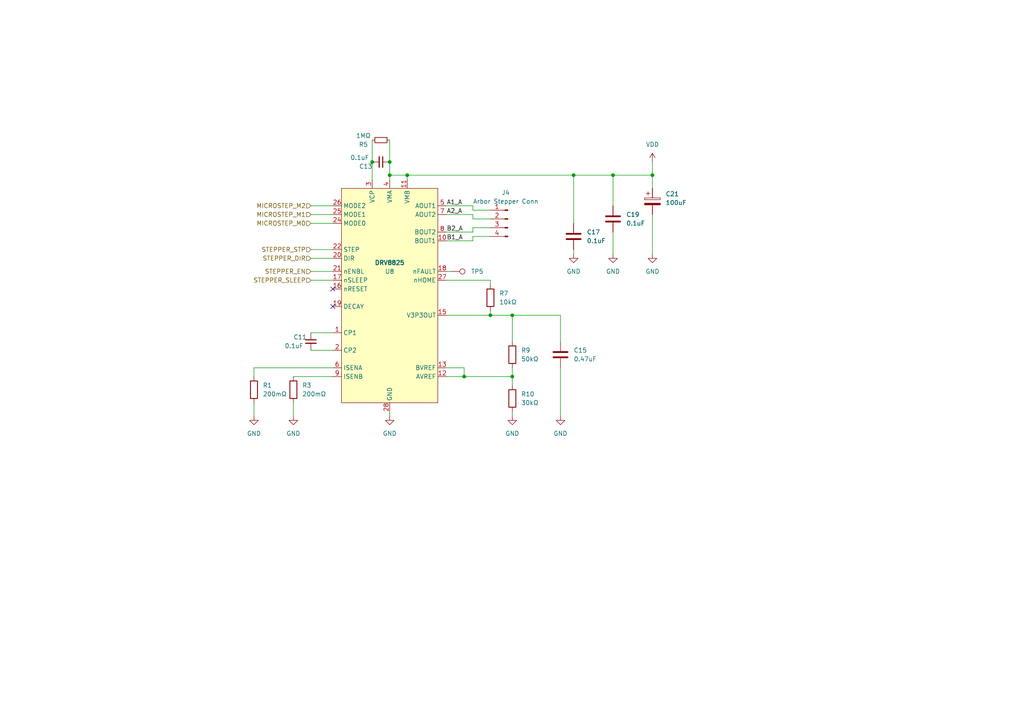
<source format=kicad_sch>
(kicad_sch (version 20230121) (generator eeschema)
  (paper "A4")
  (title_block (title "Coilwinder") (rev "1.0") (company "SK Electronics Consulting"))
  (lib_symbols
    (symbol "Connector:Conn_01x04_Pin" (pin_names (offset 1.016) hide)
      (property "Reference" "J" (at 0 5.08 0))
      (property "Value" "Conn_01x04_Pin" (at 0 -7.62 0))
      (symbol "Conn_01x04_Pin_1_1"
        (polyline (pts (xy 1.27 -5.08) (xy 0.8636 -5.08)) (stroke (width 0.1524)))
        (polyline (pts (xy 1.27 -2.54) (xy 0.8636 -2.54)) (stroke (width 0.1524)))
        (polyline (pts (xy 1.27 0) (xy 0.8636 0)) (stroke (width 0.1524)))
        (polyline (pts (xy 1.27 2.54) (xy 0.8636 2.54)) (stroke (width 0.1524)))
        (rectangle (start 0.8636 -4.953) (end 0 -5.207) (stroke (width 0.1524)) (fill (type outline)))
        (rectangle (start 0.8636 -2.413) (end 0 -2.667) (stroke (width 0.1524)) (fill (type outline)))
        (rectangle (start 0.8636 0.127) (end 0 -0.127) (stroke (width 0.1524)) (fill (type outline)))
        (rectangle (start 0.8636 2.667) (end 0 2.413) (stroke (width 0.1524)) (fill (type outline)))
        (pin passive line (at 5.08 2.54 180) (length 3.81) (name "Pin_1") (number "1"))
        (pin passive line (at 5.08 0 180) (length 3.81) (name "Pin_2") (number "2"))
        (pin passive line (at 5.08 -2.54 180) (length 3.81) (name "Pin_3") (number "3"))
        (pin passive line (at 5.08 -5.08 180) (length 3.81) (name "Pin_4") (number "4"))
      )
    )
    (symbol "Connector:TestPoint" (pin_numbers hide) (pin_names (offset 0.762) hide)
      (property "Reference" "TP" (at 0 6.858 0))
      (property "Value" "TestPoint" (at 0 5.08 0))
      (symbol "TestPoint_0_1"
        (circle (center 0 3.302) (radius 0.762))
      )
      (symbol "TestPoint_1_1"
        (pin passive line (at 0 0 90) (length 2.54) (name "1") (number "1"))
      )
    )
    (symbol "DRV8825_1"
      (property "Reference" "U" (at 8.89 -43.18 0))
      (property "Value" "DRV8825" (at 8.89 -40.64 0))
      (symbol "DRV8825_1_0_0"
        (text "" (at -12.7 0 0) (effects (font (size 1.27 1.27))))
      )
      (symbol "DRV8825_1_0_1"
        (rectangle (start -13.97 22.86) (end 13.97 -39.37) (fill (type background)))
      )
      (symbol "DRV8825_1_1_1"
        (pin input line (at -16.51 -19.05 0) (length 2.54) (name "CP1") (number "1"))
        (pin output line (at 16.51 7.62 180) (length 2.54) (name "BOUT1") (number "10"))
        (pin power_in line (at 5.08 25.4 270) (length 2.54) (name "VMB") (number "11"))
        (pin input line (at 16.51 -31.75 180) (length 2.54) (name "AVREF") (number "12"))
        (pin input line (at 16.51 -29.21 180) (length 2.54) (name "BVREF") (number "13"))
        (pin passive line (at 0 -41.91 90) (length 2.54) hide (name "GND2") (number "14"))
        (pin power_out line (at 16.51 -13.97 180) (length 2.54) (name "V3P3OUT") (number "15"))
        (pin input line (at -16.51 -6.35 0) (length 2.54) (name "nRESET") (number "16"))
        (pin input line (at -16.51 -3.81 0) (length 2.54) (name "nSLEEP") (number "17"))
        (pin output line (at 16.51 -1.27 180) (length 2.54) (name "nFAULT") (number "18"))
        (pin input line (at -16.51 -11.43 0) (length 2.54) (name "DECAY") (number "19"))
        (pin input line (at -16.51 -24.13 0) (length 2.54) (name "CP2") (number "2"))
        (pin input line (at -16.51 2.54 0) (length 2.54) (name "DIR") (number "20"))
        (pin input line (at -16.51 -1.27 0) (length 2.54) (name "nENBL") (number "21"))
        (pin input line (at -16.51 5.08 0) (length 2.54) (name "STEP") (number "22"))
        (pin no_connect line (at 16.51 -36.83 180) (length 2.54) hide (name "NC") (number "23"))
        (pin input line (at -16.51 12.7 0) (length 2.54) (name "MODE0") (number "24"))
        (pin input line (at -16.51 15.24 0) (length 2.54) (name "MODE1") (number "25"))
        (pin input line (at -16.51 17.78 0) (length 2.54) (name "MODE2") (number "26"))
        (pin output line (at 16.51 -3.81 180) (length 2.54) (name "nHOME") (number "27"))
        (pin power_in line (at 0 -41.91 90) (length 2.54) (name "GND") (number "28"))
        (pin passive line (at 0 -41.91 90) (length 2.54) hide (name "PPAD") (number "29"))
        (pin input line (at -5.08 25.4 270) (length 2.54) (name "VCP") (number "3"))
        (pin power_in line (at 0 25.4 270) (length 2.54) (name "VMA") (number "4"))
        (pin output line (at 16.51 17.78 180) (length 2.54) (name "AOUT1") (number "5"))
        (pin input line (at -16.51 -29.21 0) (length 2.54) (name "ISENA") (number "6"))
        (pin output line (at 16.51 15.24 180) (length 2.54) (name "AOUT2") (number "7"))
        (pin output line (at 16.51 10.16 180) (length 2.54) (name "BOUT2") (number "8"))
        (pin input line (at -16.51 -31.75 0) (length 2.54) (name "ISENB") (number "9"))
      )
    )
    (symbol "Device:C" (pin_numbers hide) (pin_names (offset 0.254))
      (property "Reference" "C" (at 0.635 2.54 0))
      (property "Value" "C" (at 0.635 -2.54 0))
      (symbol "C_0_1"
        (polyline (pts (xy -2.032 -0.762) (xy 2.032 -0.762)) (stroke (width 0.508)))
        (polyline (pts (xy -2.032 0.762) (xy 2.032 0.762)) (stroke (width 0.508)))
      )
      (symbol "C_1_1"
        (pin passive line (at 0 3.81 270) (length 2.794) (name "~") (number "1"))
        (pin passive line (at 0 -3.81 90) (length 2.794) (name "~") (number "2"))
      )
    )
    (symbol "Device:C_Polarized" (pin_numbers hide) (pin_names (offset 0.254))
      (property "Reference" "C" (at 0.635 2.54 0))
      (property "Value" "C_Polarized" (at 0.635 -2.54 0))
      (symbol "C_Polarized_0_1"
        (rectangle (start -2.286 0.508) (end 2.286 1.016))
        (polyline (pts (xy -1.778 2.286) (xy -0.762 2.286)))
        (polyline (pts (xy -1.27 2.794) (xy -1.27 1.778)))
        (rectangle (start 2.286 -0.508) (end -2.286 -1.016) (fill (type outline)))
      )
      (symbol "C_Polarized_1_1"
        (pin passive line (at 0 3.81 270) (length 2.794) (name "~") (number "1"))
        (pin passive line (at 0 -3.81 90) (length 2.794) (name "~") (number "2"))
      )
    )
    (symbol "Device:C_Small" (pin_numbers hide) (pin_names (offset 0.254) hide)
      (property "Reference" "C" (at 0.254 1.778 0))
      (property "Value" "C_Small" (at 0.254 -2.032 0))
      (symbol "C_Small_0_1"
        (polyline (pts (xy -1.524 -0.508) (xy 1.524 -0.508)) (stroke (width 0.3302)))
        (polyline (pts (xy -1.524 0.508) (xy 1.524 0.508)) (stroke (width 0.3048)))
      )
      (symbol "C_Small_1_1"
        (pin passive line (at 0 2.54 270) (length 2.032) (name "~") (number "1"))
        (pin passive line (at 0 -2.54 90) (length 2.032) (name "~") (number "2"))
      )
    )
    (symbol "Device:R" (pin_numbers hide) (pin_names (offset 0))
      (property "Reference" "R" (at 2.032 0 90))
      (property "Value" "R" (at 0 0 90))
      (symbol "R_0_1"
        (rectangle (start -1.016 -2.54) (end 1.016 2.54) (stroke (width 0.254)))
      )
      (symbol "R_1_1"
        (pin passive line (at 0 3.81 270) (length 1.27) (name "~") (number "1"))
        (pin passive line (at 0 -3.81 90) (length 1.27) (name "~") (number "2"))
      )
    )
    (symbol "Device:R_Small" (pin_numbers hide) (pin_names (offset 0.254) hide)
      (property "Reference" "R" (at 0.762 0.508 0))
      (property "Value" "R_Small" (at 0.762 -1.016 0))
      (symbol "R_Small_0_1"
        (rectangle (start -0.762 1.778) (end 0.762 -1.778) (stroke (width 0.2032)))
      )
      (symbol "R_Small_1_1"
        (pin passive line (at 0 2.54 270) (length 0.762) (name "~") (number "1"))
        (pin passive line (at 0 -2.54 90) (length 0.762) (name "~") (number "2"))
      )
    )
    (symbol "power:GND" (power) (pin_names (offset 0))
      (property "Value" "GND" (at 0 -3.81 0))
      (symbol "GND_0_1"
        (polyline (pts (xy 0 0) (xy 0 -1.27) (xy 1.27 -1.27) (xy 0 -2.54) (xy -1.27 -1.27) (xy 0 -1.27)))
      )
      (symbol "GND_1_1"
        (pin power_in line (at 0 0 270) (length 0) hide (name "GND") (number "1"))
      )
    )
    (symbol "power:VDD" (power) (pin_names (offset 0))
      (property "Value" "VDD" (at 0 3.81 0))
      (symbol "VDD_0_1"
        (polyline (pts (xy -0.762 1.27) (xy 0 2.54)))
        (polyline (pts (xy 0 0) (xy 0 2.54)))
        (polyline (pts (xy 0 2.54) (xy 0.762 1.27)))
      )
      (symbol "VDD_1_1"
        (pin power_in line (at 0 0 90) (length 0) hide (name "VDD") (number "1"))
      )
    )
  )
  (junction (at 113.03 50.8))
  (junction (at 107.95 46.99))
  (junction (at 166.37 50.8))
  (junction (at 148.59 91.44))
  (junction (at 148.59 109.22))
  (junction (at 189.23 50.8))
  (junction (at 113.03 46.99))
  (junction (at 134.62 109.22))
  (junction (at 177.8 50.8))
  (junction (at 118.11 50.8))
  (junction (at 142.24 91.44))
  (no_connect (at 96.52 88.9))
  (no_connect (at 96.52 83.82))
  (wire (pts (xy 73.66 106.68) (xy 73.66 109.22)))
  (wire (pts (xy 113.03 50.8) (xy 118.11 50.8)))
  (wire (pts (xy 85.09 109.22) (xy 96.52 109.22)))
  (wire (pts (xy 177.8 50.8) (xy 177.8 59.69)))
  (wire (pts (xy 189.23 46.99) (xy 189.23 50.8)))
  (wire (pts (xy 177.8 73.66) (xy 177.8 67.31)))
  (wire (pts (xy 129.54 62.23) (xy 137.16 62.23)))
  (wire (pts (xy 134.62 106.68) (xy 134.62 109.22)))
  (wire (pts (xy 189.23 73.66) (xy 189.23 62.23)))
  (wire (pts (xy 166.37 50.8) (xy 166.37 64.77)))
  (wire (pts (xy 113.03 120.65) (xy 113.03 119.38)))
  (wire (pts (xy 189.23 50.8) (xy 189.23 54.61)))
  (wire (pts (xy 90.17 78.74) (xy 96.52 78.74)))
  (wire (pts (xy 142.24 60.96) (xy 137.16 60.96)))
  (wire (pts (xy 137.16 60.96) (xy 137.16 59.69)))
  (wire (pts (xy 129.54 109.22) (xy 134.62 109.22)))
  (wire (pts (xy 137.16 68.58) (xy 142.24 68.58)))
  (wire (pts (xy 73.66 120.65) (xy 73.66 116.84)))
  (wire (pts (xy 137.16 59.69) (xy 129.54 59.69)))
  (wire (pts (xy 166.37 50.8) (xy 177.8 50.8)))
  (wire (pts (xy 90.17 74.93) (xy 96.52 74.93)))
  (wire (pts (xy 142.24 90.17) (xy 142.24 91.44)))
  (wire (pts (xy 118.11 50.8) (xy 118.11 52.07)))
  (wire (pts (xy 90.17 64.77) (xy 96.52 64.77)))
  (wire (pts (xy 148.59 91.44) (xy 162.56 91.44)))
  (wire (pts (xy 162.56 91.44) (xy 162.56 99.06)))
  (wire (pts (xy 107.95 40.64) (xy 107.95 46.99)))
  (wire (pts (xy 137.16 63.5) (xy 142.24 63.5)))
  (wire (pts (xy 113.03 50.8) (xy 113.03 52.07)))
  (wire (pts (xy 177.8 50.8) (xy 189.23 50.8)))
  (wire (pts (xy 137.16 67.31) (xy 137.16 66.04)))
  (wire (pts (xy 130.81 78.74) (xy 129.54 78.74)))
  (wire (pts (xy 90.17 62.23) (xy 96.52 62.23)))
  (wire (pts (xy 90.17 59.69) (xy 96.52 59.69)))
  (wire (pts (xy 90.17 96.52) (xy 96.52 96.52)))
  (wire (pts (xy 107.95 46.99) (xy 107.95 52.07)))
  (wire (pts (xy 148.59 106.68) (xy 148.59 109.22)))
  (wire (pts (xy 113.03 40.64) (xy 113.03 46.99)))
  (wire (pts (xy 148.59 120.65) (xy 148.59 119.38)))
  (wire (pts (xy 90.17 72.39) (xy 96.52 72.39)))
  (wire (pts (xy 134.62 109.22) (xy 148.59 109.22)))
  (wire (pts (xy 96.52 106.68) (xy 73.66 106.68)))
  (wire (pts (xy 148.59 91.44) (xy 148.59 99.06)))
  (wire (pts (xy 90.17 81.28) (xy 96.52 81.28)))
  (wire (pts (xy 142.24 91.44) (xy 148.59 91.44)))
  (wire (pts (xy 142.24 81.28) (xy 142.24 82.55)))
  (wire (pts (xy 166.37 73.66) (xy 166.37 72.39)))
  (wire (pts (xy 129.54 69.85) (xy 137.16 69.85)))
  (wire (pts (xy 148.59 109.22) (xy 148.59 111.76)))
  (wire (pts (xy 129.54 106.68) (xy 134.62 106.68)))
  (wire (pts (xy 85.09 120.65) (xy 85.09 116.84)))
  (wire (pts (xy 113.03 46.99) (xy 113.03 50.8)))
  (wire (pts (xy 137.16 62.23) (xy 137.16 63.5)))
  (wire (pts (xy 137.16 69.85) (xy 137.16 68.58)))
  (wire (pts (xy 129.54 91.44) (xy 142.24 91.44)))
  (wire (pts (xy 162.56 106.68) (xy 162.56 120.65)))
  (wire (pts (xy 142.24 66.04) (xy 137.16 66.04)))
  (wire (pts (xy 129.54 81.28) (xy 142.24 81.28)))
  (wire (pts (xy 129.54 67.31) (xy 137.16 67.31)))
  (wire (pts (xy 90.17 101.6) (xy 96.52 101.6)))
  (wire (pts (xy 118.11 50.8) (xy 166.37 50.8)))
  (label "A2_A" (at 129.54 62.23 0))
  (label "A1_A" (at 129.54 59.69 0))
  (label "B2_A" (at 129.54 67.31 0))
  (label "B1_A" (at 129.54 69.85 0))
  (hierarchical_label "MICROSTEP_M2" (shape input) (at 90.17 59.69 180))
  (hierarchical_label "STEPPER_STP" (shape input) (at 90.17 72.39 180))
  (hierarchical_label "MICROSTEP_M0" (shape input) (at 90.17 64.77 180))
  (hierarchical_label "MICROSTEP_M1" (shape input) (at 90.17 62.23 180))
  (hierarchical_label "STEPPER_SLEEP" (shape input) (at 90.17 81.28 180))
  (hierarchical_label "STEPPER_DIR" (shape input) (at 90.17 74.93 180))
  (hierarchical_label "STEPPER_EN" (shape input) (at 90.17 78.74 180))
  (symbol (lib_id "power:GND") (at 113.03 120.65 0) (unit 1)
    (property "Reference" "#PWR030" (effects hide))
    (property "Value" "GND" (at 113.03 125.73 0))
    (instances (project "coilwinder" (path "" (reference "#PWR030") (unit 1)) (path "" (reference "#PWR030") (unit 1)) (path "" (reference "#PWR046") (unit 1))))
  )
  (symbol (lib_id "power:GND") (at 166.37 73.66 0) (unit 1)
    (property "Reference" "#PWR036" (effects hide))
    (property "Value" "GND" (at 166.37 78.74 0))
    (instances (project "coilwinder" (path "" (reference "#PWR036") (unit 1)) (path "" (reference "#PWR036") (unit 1)) (path "" (reference "#PWR049") (unit 1))))
  )
  (symbol (lib_id "Device:C_Small") (at 110.49 46.99 270) (unit 1)
    (property "Reference" "C13" (at 104.14 48.26 90) (effects (justify left)))
    (property "Value" "0.1uF" (at 101.6 45.72 90) (effects (justify left)))
    (property "Footprint" "Capacitor_SMD:C_0603_1608Metric_Pad1.08x0.95mm_HandSolder" (effects hide))
    (instances (project "coilwinder" (path "" (reference "C13") (unit 1)) (path "" (reference "C13") (unit 1)) (path "" (reference "C14") (unit 1))))
  )
  (symbol (lib_id "Device:C") (at 162.56 102.87 0) (unit 1)
    (property "Reference" "C15" (at 166.37 101.6 0) (effects (justify left)))
    (property "Value" "0.47uF" (at 166.37 104.14 0) (effects (justify left)))
    (property "Footprint" "Capacitor_SMD:C_0603_1608Metric_Pad1.08x0.95mm_HandSolder" (effects hide))
    (instances (project "coilwinder" (path "" (reference "C15") (unit 1)) (path "" (reference "C15") (unit 1)) (path "" (reference "C16") (unit 1))))
  )
  (symbol (lib_id "Connector:Conn_01x04_Pin") (at 147.32 63.5 0) (mirror y) (unit 1)
    (property "Reference" "J4" (at 146.685 55.88 0))
    (property "Value" "Arbor Stepper Conn" (at 146.685 58.42 0))
    (property "Footprint" "Connector_PinHeader_2.54mm:PinHeader_1x04_P2.54mm_Vertical" (effects hide))
    (instances (project "coilwinder" (path "" (reference "J4") (unit 1)) (path "" (reference "J4") (unit 1)) (path "" (reference "J5") (unit 1))))
  )
  (symbol (lib_id "Device:R") (at 85.09 113.03 0) (unit 1)
    (property "Reference" "R3" (at 87.63 111.76 0) (effects (justify left)))
    (property "Value" "200mΩ" (at 87.63 114.3 0) (effects (justify left)))
    (property "Footprint" "Capacitor_SMD:C_0603_1608Metric_Pad1.08x0.95mm_HandSolder" (effects hide))
    (instances (project "coilwinder" (path "" (reference "R3") (unit 1)) (path "" (reference "R3") (unit 1)) (path "" (reference "R4") (unit 1))))
  )
  (symbol (lib_id "power:GND") (at 148.59 120.65 0) (unit 1)
    (property "Reference" "#PWR032" (effects hide))
    (property "Value" "GND" (at 148.59 125.73 0))
    (instances (project "coilwinder" (path "" (reference "#PWR032") (unit 1)) (path "" (reference "#PWR032") (unit 1)) (path "" (reference "#PWR047") (unit 1))))
  )
  (symbol (lib_id "Device:C") (at 177.8 63.5 180) (unit 1)
    (property "Reference" "C19" (at 181.61 62.23 0) (effects (justify right)))
    (property "Value" "0.1uF" (at 181.61 64.77 0) (effects (justify right)))
    (property "Footprint" "Capacitor_SMD:C_0603_1608Metric_Pad1.08x0.95mm_HandSolder" (effects hide))
    (instances (project "coilwinder" (path "" (reference "C19") (unit 1)) (path "" (reference "C19") (unit 1)) (path "" (reference "C20") (unit 1))))
  )
  (symbol (lib_id "Device:C_Small") (at 90.17 99.06 0) (unit 1)
    (property "Reference" "C11" (at 85.09 97.79 0) (effects (justify left)))
    (property "Value" "0.1uF" (at 82.55 100.33 0) (effects (justify left)))
    (property "Footprint" "Capacitor_SMD:C_0603_1608Metric_Pad1.08x0.95mm_HandSolder" (effects hide))
    (instances (project "coilwinder" (path "" (reference "C11") (unit 1)) (path "" (reference "C11") (unit 1)) (path "" (reference "C12") (unit 1))))
  )
  (symbol (lib_id "power:VDD") (at 189.23 46.99 0) (unit 1)
    (property "Reference" "#PWR040" (effects hide))
    (property "Value" "VDD" (at 189.23 41.91 0))
    (instances (project "coilwinder" (path "" (reference "#PWR040") (unit 1)) (path "" (reference "#PWR040") (unit 1)) (path "" (reference "#PWR051") (unit 1))))
  )
  (symbol (lib_id "Device:R") (at 148.59 115.57 0) (unit 1)
    (property "Reference" "R10" (at 151.13 114.3 0) (effects (justify left)))
    (property "Value" "30kΩ" (at 151.13 116.84 0) (effects (justify left)))
    (property "Footprint" "Capacitor_SMD:C_0603_1608Metric_Pad1.08x0.95mm_HandSolder" (effects hide))
    (instances (project "coilwinder" (path "" (reference "R10") (unit 1)) (path "" (reference "R10") (unit 1)) (path "" (reference "R12") (unit 1))))
  )
  (symbol (lib_id "power:GND") (at 85.09 120.65 0) (unit 1)
    (property "Reference" "#PWR028" (effects hide))
    (property "Value" "GND" (at 85.09 125.73 0))
    (instances (project "coilwinder" (path "" (reference "#PWR028") (unit 1)) (path "" (reference "#PWR028") (unit 1)) (path "" (reference "#PWR045") (unit 1))))
  )
  (symbol (lib_id "power:GND") (at 162.56 120.65 0) (unit 1)
    (property "Reference" "#PWR034" (effects hide))
    (property "Value" "GND" (at 162.56 125.73 0))
    (instances (project "coilwinder" (path "" (reference "#PWR034") (unit 1)) (path "" (reference "#PWR034") (unit 1)) (path "" (reference "#PWR048") (unit 1))))
  )
  (symbol (lib_id "power:GND") (at 177.8 73.66 0) (unit 1)
    (property "Reference" "#PWR038" (effects hide))
    (property "Value" "GND" (at 177.8 78.74 0))
    (instances (project "coilwinder" (path "" (reference "#PWR038") (unit 1)) (path "" (reference "#PWR038") (unit 1)) (path "" (reference "#PWR050") (unit 1))))
  )
  (symbol (lib_id "Device:R_Small") (at 110.49 40.64 90) (unit 1)
    (property "Reference" "R5" (at 105.41 41.91 90))
    (property "Value" "1MΩ" (at 105.41 39.37 90))
    (property "Footprint" "Capacitor_SMD:C_0603_1608Metric_Pad1.08x0.95mm_HandSolder" (effects hide))
    (instances (project "coilwinder" (path "" (reference "R5") (unit 1)) (path "" (reference "R5") (unit 1)) (path "" (reference "R6") (unit 1))))
  )
  (symbol (lib_id "Device:C_Polarized") (at 189.23 58.42 0) (unit 1)
    (property "Reference" "C21" (at 193.04 56.261 0) (effects (justify left)))
    (property "Value" "100uF" (at 193.04 58.801 0) (effects (justify left)))
    (property "Footprint" "Capacitor_THT:CP_Radial_D5.0mm_P2.00mm" (effects hide))
    (instances (project "coilwinder" (path "" (reference "C21") (unit 1)) (path "" (reference "C21") (unit 1)) (path "" (reference "C22") (unit 1))))
  )
  (symbol (lib_id "power:GND") (at 189.23 73.66 0) (unit 1)
    (property "Reference" "#PWR041" (effects hide))
    (property "Value" "GND" (at 189.23 78.74 0))
    (instances (project "coilwinder" (path "" (reference "#PWR041") (unit 1)) (path "" (reference "#PWR041") (unit 1)) (path "" (reference "#PWR052") (unit 1))))
  )
  (symbol (lib_name "DRV8825_1") (lib_id "CoilWinderLib:DRV8825") (at 113.03 77.47 0) (unit 1)
    (property "Reference" "U8" (at 113.03 78.74 0))
    (property "Value" "DRV8825" (at 113.03 76.2 0) (effects (font bold)))
    (property "Footprint" "CoilWinder:DRV8825" (effects hide))
    (instances (project "coilwinder" (path "" (reference "U8") (unit 1)) (path "" (reference "U8") (unit 1)) (path "" (reference "U9") (unit 1))))
  )
  (symbol (lib_id "Device:R") (at 73.66 113.03 0) (unit 1)
    (property "Reference" "R1" (at 76.2 111.76 0) (effects (justify left)))
    (property "Value" "200mΩ" (at 76.2 114.3 0) (effects (justify left)))
    (property "Footprint" "Capacitor_SMD:C_0603_1608Metric_Pad1.08x0.95mm_HandSolder" (effects hide))
    (instances (project "coilwinder" (path "" (reference "R1") (unit 1)) (path "" (reference "R1") (unit 1)) (path "" (reference "R2") (unit 1))))
  )
  (symbol (lib_id "Device:R") (at 148.59 102.87 0) (unit 1)
    (property "Reference" "R9" (at 151.13 101.6 0) (effects (justify left)))
    (property "Value" "50kΩ" (at 151.13 104.14 0) (effects (justify left)))
    (property "Footprint" "Capacitor_SMD:C_0603_1608Metric_Pad1.08x0.95mm_HandSolder" (effects hide))
    (instances (project "coilwinder" (path "" (reference "R9") (unit 1)) (path "" (reference "R9") (unit 1)) (path "" (reference "R11") (unit 1))))
  )
  (symbol (lib_id "Device:R") (at 142.24 86.36 0) (unit 1)
    (property "Reference" "R7" (at 144.78 85.09 0) (effects (justify left)))
    (property "Value" "10kΩ" (at 144.78 87.63 0) (effects (justify left)))
    (property "Footprint" "Capacitor_SMD:C_0603_1608Metric_Pad1.08x0.95mm_HandSolder" (effects hide))
    (instances (project "coilwinder" (path "" (reference "R7") (unit 1)) (path "" (reference "R7") (unit 1)) (path "" (reference "R8") (unit 1))))
  )
  (symbol (lib_id "Device:C") (at 166.37 68.58 180) (unit 1)
    (property "Reference" "C17" (at 170.18 67.31 0) (effects (justify right)))
    (property "Value" "0.1uF" (at 170.18 69.85 0) (effects (justify right)))
    (property "Footprint" "Capacitor_SMD:C_0603_1608Metric_Pad1.08x0.95mm_HandSolder" (effects hide))
    (instances (project "coilwinder" (path "" (reference "C17") (unit 1)) (path "" (reference "C17") (unit 1)) (path "" (reference "C18") (unit 1))))
  )
  (symbol (lib_id "power:GND") (at 73.66 120.65 0) (unit 1)
    (property "Reference" "#PWR026" (effects hide))
    (property "Value" "GND" (at 73.66 125.73 0))
    (instances (project "coilwinder" (path "" (reference "#PWR026") (unit 1)) (path "" (reference "#PWR026") (unit 1)) (path "" (reference "#PWR044") (unit 1))))
  )
  (symbol (lib_id "Connector:TestPoint") (at 130.81 78.74 270) (unit 1)
    (property "Reference" "TP5" (at 138.43 78.74 90))
    (property "Value" " TestPoint" (effects hide))
    (property "Footprint" "TestPoint:TestPoint_Pad_1.0x1.0mm" (effects hide))
    (instances (project "coilwinder" (path "" (reference "TP5") (unit 1)) (path "" (reference "TP5") (unit 1)) (path "" (reference "TP6") (unit 1))))
  )
)
</source>
